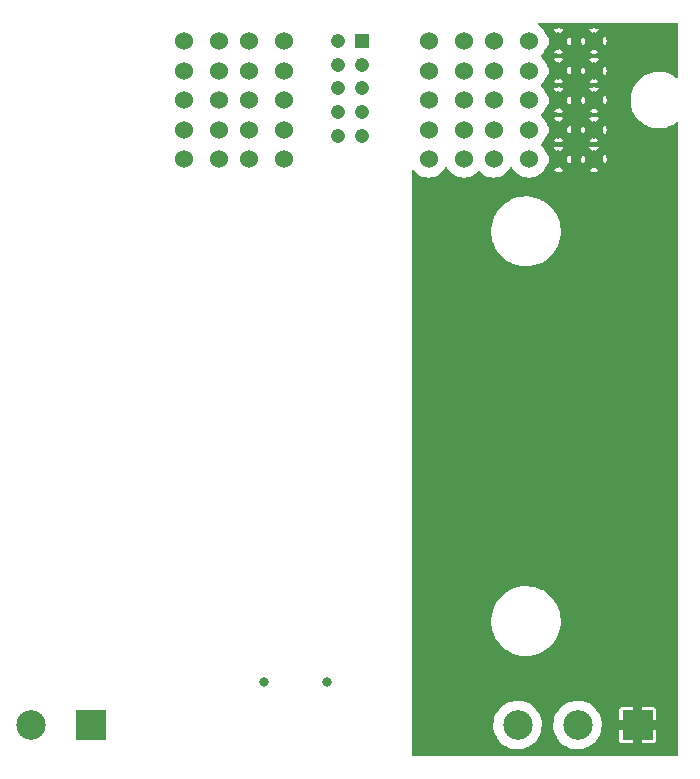
<source format=gbr>
%TF.GenerationSoftware,KiCad,Pcbnew,(6.0.1-0)*%
%TF.CreationDate,2023-01-20T10:08:16-08:00*%
%TF.ProjectId,ESC Daughterboard,45534320-4461-4756-9768-746572626f61,rev?*%
%TF.SameCoordinates,Original*%
%TF.FileFunction,Copper,L2,Inr*%
%TF.FilePolarity,Positive*%
%FSLAX46Y46*%
G04 Gerber Fmt 4.6, Leading zero omitted, Abs format (unit mm)*
G04 Created by KiCad (PCBNEW (6.0.1-0)) date 2023-01-20 10:08:16*
%MOMM*%
%LPD*%
G01*
G04 APERTURE LIST*
%TA.AperFunction,ComponentPad*%
%ADD10R,2.500000X2.500000*%
%TD*%
%TA.AperFunction,ComponentPad*%
%ADD11C,2.500000*%
%TD*%
%TA.AperFunction,ComponentPad*%
%ADD12R,1.208000X1.208000*%
%TD*%
%TA.AperFunction,ComponentPad*%
%ADD13C,1.208000*%
%TD*%
%TA.AperFunction,ComponentPad*%
%ADD14C,1.530000*%
%TD*%
%TA.AperFunction,ViaPad*%
%ADD15C,0.800000*%
%TD*%
G04 APERTURE END LIST*
D10*
%TO.N,/Phase_1*%
%TO.C,Phase 1*%
X167400000Y-119800000D03*
D11*
%TO.N,/Phase_2*%
X162320000Y-119800000D03*
%TO.N,/Phase_3*%
X157240000Y-119800000D03*
%TD*%
D12*
%TO.N,GND*%
%TO.C,J5*%
X144070000Y-61902500D03*
D13*
%TO.N,+5V*%
X142070000Y-61902500D03*
%TO.N,/CAH*%
X144070000Y-63902500D03*
%TO.N,/CAL*%
X142070000Y-63902500D03*
%TO.N,unconnected-(J5-Pad05)*%
X144070000Y-65902500D03*
%TO.N,unconnected-(J5-Pad06)*%
X142070000Y-65902500D03*
%TO.N,unconnected-(J5-Pad07)*%
X144070000Y-67902500D03*
%TO.N,unconnected-(J5-Pad08)*%
X142070000Y-67902500D03*
%TO.N,unconnected-(J5-Pad09)*%
X144070000Y-69902500D03*
%TO.N,unconnected-(J5-Pad10)*%
X142070000Y-69902500D03*
D14*
%TO.N,/Phase_1*%
X163710000Y-71892500D03*
X163710000Y-69392500D03*
X163710000Y-66892500D03*
X163710000Y-64392500D03*
X163710000Y-61892500D03*
X160710000Y-61892500D03*
X160710000Y-64392500D03*
X160710000Y-66892500D03*
X160710000Y-69392500D03*
X160710000Y-71892500D03*
%TO.N,/Phase_2*%
X158210000Y-71892500D03*
X158210000Y-69392500D03*
X158210000Y-66892500D03*
X158210000Y-64392500D03*
X158210000Y-61892500D03*
X155210000Y-61892500D03*
X155210000Y-64392500D03*
X155210000Y-66892500D03*
X155210000Y-69392500D03*
X155210000Y-71892500D03*
%TO.N,/Phase_3*%
X152710000Y-71892500D03*
X152710000Y-69392500D03*
X152710000Y-66892500D03*
X152710000Y-64392500D03*
X152710000Y-61892500D03*
X149710000Y-61892500D03*
X149710000Y-64392500D03*
X149710000Y-66892500D03*
X149710000Y-69392500D03*
X149710000Y-71892500D03*
%TO.N,GND*%
X137500000Y-71892500D03*
X137500000Y-69392500D03*
X137500000Y-66892500D03*
X137500000Y-64392500D03*
X137500000Y-61892500D03*
X134500000Y-61892500D03*
X134500000Y-64392500D03*
X134500000Y-66892500D03*
X134500000Y-69392500D03*
X134500000Y-71892500D03*
%TO.N,/16V*%
X132000000Y-71892500D03*
X132000000Y-69392500D03*
X132000000Y-66892500D03*
X132000000Y-64392500D03*
X132000000Y-61892500D03*
X129000000Y-61892500D03*
X129000000Y-64392500D03*
X129000000Y-66892500D03*
X129000000Y-69392500D03*
X129000000Y-71892500D03*
%TD*%
D10*
%TO.N,/16V*%
%TO.C,J2*%
X121165000Y-119820000D03*
D11*
%TO.N,GND*%
X116085000Y-119820000D03*
%TD*%
D15*
%TO.N,GND*%
X135780000Y-116190000D03*
%TO.N,+5V*%
X141150000Y-116190000D03*
%TD*%
%TA.AperFunction,Conductor*%
%TO.N,/Phase_1*%
G36*
X170819191Y-60388907D02*
G01*
X170855155Y-60438407D01*
X170860000Y-60469000D01*
X170860000Y-64932106D01*
X170841093Y-64990297D01*
X170791593Y-65026261D01*
X170730407Y-65026261D01*
X170700527Y-65010490D01*
X170674354Y-64990297D01*
X170555106Y-64898298D01*
X170290811Y-64743547D01*
X170008994Y-64623633D01*
X170005965Y-64622779D01*
X170005963Y-64622778D01*
X169717261Y-64541355D01*
X169717257Y-64541354D01*
X169714225Y-64540499D01*
X169411282Y-64495494D01*
X169364387Y-64493529D01*
X169328947Y-64492043D01*
X169328937Y-64492043D01*
X169327916Y-64492000D01*
X169132526Y-64492000D01*
X169130947Y-64492101D01*
X169130938Y-64492101D01*
X168907500Y-64506354D01*
X168907496Y-64506355D01*
X168904353Y-64506555D01*
X168901261Y-64507153D01*
X168901255Y-64507154D01*
X168724487Y-64541355D01*
X168603662Y-64564732D01*
X168600672Y-64565718D01*
X168600668Y-64565719D01*
X168315801Y-64659654D01*
X168315795Y-64659656D01*
X168312800Y-64660644D01*
X168153023Y-64737025D01*
X168039322Y-64791379D01*
X168039318Y-64791381D01*
X168036482Y-64792737D01*
X167779188Y-64958869D01*
X167776775Y-64960904D01*
X167776773Y-64960906D01*
X167547504Y-65154311D01*
X167547499Y-65154316D01*
X167545090Y-65156348D01*
X167337981Y-65381971D01*
X167336159Y-65384549D01*
X167305741Y-65427589D01*
X167161220Y-65632082D01*
X167017672Y-65902626D01*
X167016559Y-65905580D01*
X167016556Y-65905586D01*
X166913296Y-66179580D01*
X166909664Y-66189217D01*
X166908935Y-66192288D01*
X166908934Y-66192292D01*
X166851483Y-66434384D01*
X166838947Y-66487209D01*
X166806668Y-66791771D01*
X166813349Y-67097965D01*
X166858883Y-67400830D01*
X166859746Y-67403868D01*
X166859746Y-67403870D01*
X166917912Y-67608739D01*
X166942531Y-67695453D01*
X166943774Y-67698360D01*
X167056432Y-67961845D01*
X167062937Y-67977060D01*
X167218149Y-68241085D01*
X167281429Y-68322812D01*
X167403720Y-68480754D01*
X167403726Y-68480761D01*
X167405651Y-68483247D01*
X167622404Y-68699622D01*
X167624892Y-68701541D01*
X167624896Y-68701545D01*
X167822847Y-68854263D01*
X167864894Y-68886702D01*
X168129189Y-69041453D01*
X168411006Y-69161367D01*
X168414035Y-69162221D01*
X168414037Y-69162222D01*
X168702739Y-69243645D01*
X168702743Y-69243646D01*
X168705775Y-69244501D01*
X169008718Y-69289506D01*
X169055613Y-69291471D01*
X169091053Y-69292957D01*
X169091063Y-69292957D01*
X169092084Y-69293000D01*
X169287474Y-69293000D01*
X169289053Y-69292899D01*
X169289062Y-69292899D01*
X169512500Y-69278646D01*
X169512504Y-69278645D01*
X169515647Y-69278445D01*
X169518739Y-69277847D01*
X169518745Y-69277846D01*
X169813242Y-69220867D01*
X169816338Y-69220268D01*
X169819328Y-69219282D01*
X169819332Y-69219281D01*
X170104199Y-69125346D01*
X170104205Y-69125344D01*
X170107200Y-69124356D01*
X170283948Y-69039862D01*
X170380678Y-68993621D01*
X170380682Y-68993619D01*
X170383518Y-68992263D01*
X170640812Y-68826131D01*
X170697167Y-68778591D01*
X170753835Y-68755523D01*
X170813242Y-68770169D01*
X170852694Y-68816936D01*
X170860000Y-68854263D01*
X170860000Y-122301000D01*
X170841093Y-122359191D01*
X170791593Y-122395155D01*
X170761000Y-122400000D01*
X148379000Y-122400000D01*
X148320809Y-122381093D01*
X148284845Y-122331593D01*
X148280000Y-122301000D01*
X148280000Y-119778477D01*
X155184822Y-119778477D01*
X155185016Y-119781842D01*
X155185016Y-119781846D01*
X155188545Y-119843043D01*
X155200916Y-120057596D01*
X155254741Y-120331948D01*
X155345303Y-120596457D01*
X155470925Y-120846228D01*
X155629282Y-121076639D01*
X155631552Y-121079133D01*
X155631553Y-121079135D01*
X155676948Y-121129023D01*
X155817444Y-121283427D01*
X156031930Y-121462765D01*
X156268771Y-121611335D01*
X156271839Y-121612720D01*
X156271846Y-121612724D01*
X156437358Y-121687455D01*
X156523583Y-121726387D01*
X156526805Y-121727341D01*
X156526812Y-121727344D01*
X156741263Y-121790867D01*
X156791652Y-121805793D01*
X156794977Y-121806302D01*
X156794978Y-121806302D01*
X157064684Y-121847573D01*
X157064687Y-121847573D01*
X157068018Y-121848083D01*
X157071389Y-121848136D01*
X157071390Y-121848136D01*
X157119571Y-121848893D01*
X157347566Y-121852474D01*
X157350903Y-121852070D01*
X157350907Y-121852070D01*
X157621779Y-121819291D01*
X157621784Y-121819290D01*
X157625123Y-121818886D01*
X157895554Y-121747940D01*
X158061590Y-121679165D01*
X158150746Y-121642236D01*
X158150749Y-121642235D01*
X158153855Y-121640948D01*
X158156760Y-121639251D01*
X158156763Y-121639249D01*
X158392329Y-121501595D01*
X158395245Y-121499891D01*
X158615258Y-121327379D01*
X158809823Y-121126603D01*
X158819557Y-121113353D01*
X158876843Y-121035366D01*
X158975340Y-120901280D01*
X159006864Y-120843221D01*
X159107136Y-120658541D01*
X159108745Y-120655578D01*
X159207570Y-120394044D01*
X159252012Y-120200000D01*
X159269234Y-120124808D01*
X159269235Y-120124801D01*
X159269987Y-120121518D01*
X159294840Y-119843043D01*
X159295291Y-119800000D01*
X159293824Y-119778477D01*
X160264822Y-119778477D01*
X160265016Y-119781842D01*
X160265016Y-119781846D01*
X160268545Y-119843043D01*
X160280916Y-120057596D01*
X160334741Y-120331948D01*
X160425303Y-120596457D01*
X160550925Y-120846228D01*
X160709282Y-121076639D01*
X160711552Y-121079133D01*
X160711553Y-121079135D01*
X160756948Y-121129023D01*
X160897444Y-121283427D01*
X161111930Y-121462765D01*
X161348771Y-121611335D01*
X161351839Y-121612720D01*
X161351846Y-121612724D01*
X161517358Y-121687455D01*
X161603583Y-121726387D01*
X161606805Y-121727341D01*
X161606812Y-121727344D01*
X161821263Y-121790867D01*
X161871652Y-121805793D01*
X161874977Y-121806302D01*
X161874978Y-121806302D01*
X162144684Y-121847573D01*
X162144687Y-121847573D01*
X162148018Y-121848083D01*
X162151389Y-121848136D01*
X162151390Y-121848136D01*
X162199571Y-121848893D01*
X162427566Y-121852474D01*
X162430903Y-121852070D01*
X162430907Y-121852070D01*
X162701779Y-121819291D01*
X162701784Y-121819290D01*
X162705123Y-121818886D01*
X162975554Y-121747940D01*
X163141590Y-121679165D01*
X163230746Y-121642236D01*
X163230749Y-121642235D01*
X163233855Y-121640948D01*
X163236760Y-121639251D01*
X163236763Y-121639249D01*
X163472329Y-121501595D01*
X163475245Y-121499891D01*
X163695258Y-121327379D01*
X163889823Y-121126603D01*
X163899557Y-121113353D01*
X163915507Y-121091639D01*
X165850000Y-121091639D01*
X165850346Y-121097485D01*
X165852234Y-121113353D01*
X165856128Y-121127519D01*
X165894770Y-121214514D01*
X165904946Y-121229321D01*
X165971108Y-121295367D01*
X165985931Y-121305517D01*
X166072980Y-121344000D01*
X166087185Y-121347873D01*
X166102580Y-121349668D01*
X166108292Y-121350000D01*
X166984320Y-121350000D01*
X166997005Y-121345878D01*
X167000000Y-121341757D01*
X167000000Y-121334320D01*
X167800000Y-121334320D01*
X167804122Y-121347005D01*
X167808243Y-121350000D01*
X168691639Y-121350000D01*
X168697485Y-121349654D01*
X168713353Y-121347766D01*
X168727519Y-121343872D01*
X168814514Y-121305230D01*
X168829321Y-121295054D01*
X168895367Y-121228892D01*
X168905517Y-121214069D01*
X168944000Y-121127020D01*
X168947873Y-121112815D01*
X168949668Y-121097420D01*
X168950000Y-121091708D01*
X168950000Y-120215680D01*
X168945878Y-120202995D01*
X168941757Y-120200000D01*
X167815680Y-120200000D01*
X167802995Y-120204122D01*
X167800000Y-120208243D01*
X167800000Y-121334320D01*
X167000000Y-121334320D01*
X167000000Y-120215680D01*
X166995878Y-120202995D01*
X166991757Y-120200000D01*
X165865680Y-120200000D01*
X165852995Y-120204122D01*
X165850000Y-120208243D01*
X165850000Y-121091639D01*
X163915507Y-121091639D01*
X163956843Y-121035366D01*
X164055340Y-120901280D01*
X164086864Y-120843221D01*
X164187136Y-120658541D01*
X164188745Y-120655578D01*
X164287570Y-120394044D01*
X164332012Y-120200000D01*
X164349234Y-120124808D01*
X164349235Y-120124801D01*
X164349987Y-120121518D01*
X164374840Y-119843043D01*
X164375291Y-119800000D01*
X164356275Y-119521065D01*
X164327956Y-119384320D01*
X165850000Y-119384320D01*
X165854122Y-119397005D01*
X165858243Y-119400000D01*
X166984320Y-119400000D01*
X166997005Y-119395878D01*
X167000000Y-119391757D01*
X167000000Y-119384320D01*
X167800000Y-119384320D01*
X167804122Y-119397005D01*
X167808243Y-119400000D01*
X168934320Y-119400000D01*
X168947005Y-119395878D01*
X168950000Y-119391757D01*
X168950000Y-118508361D01*
X168949654Y-118502515D01*
X168947766Y-118486647D01*
X168943872Y-118472481D01*
X168905230Y-118385486D01*
X168895054Y-118370679D01*
X168828892Y-118304633D01*
X168814069Y-118294483D01*
X168727020Y-118256000D01*
X168712815Y-118252127D01*
X168697420Y-118250332D01*
X168691708Y-118250000D01*
X167815680Y-118250000D01*
X167802995Y-118254122D01*
X167800000Y-118258243D01*
X167800000Y-119384320D01*
X167000000Y-119384320D01*
X167000000Y-118265680D01*
X166995878Y-118252995D01*
X166991757Y-118250000D01*
X166108361Y-118250000D01*
X166102515Y-118250346D01*
X166086647Y-118252234D01*
X166072481Y-118256128D01*
X165985486Y-118294770D01*
X165970679Y-118304946D01*
X165904633Y-118371108D01*
X165894483Y-118385931D01*
X165856000Y-118472980D01*
X165852127Y-118487185D01*
X165850332Y-118502580D01*
X165850000Y-118508292D01*
X165850000Y-119384320D01*
X164327956Y-119384320D01*
X164299579Y-119247292D01*
X164206253Y-118983746D01*
X164194542Y-118961056D01*
X164079573Y-118738308D01*
X164079570Y-118738302D01*
X164078022Y-118735304D01*
X163917261Y-118506563D01*
X163913500Y-118502515D01*
X163729907Y-118304946D01*
X163726944Y-118301757D01*
X163666439Y-118252234D01*
X163513204Y-118126814D01*
X163510591Y-118124675D01*
X163272208Y-117978594D01*
X163269126Y-117977241D01*
X163019288Y-117867569D01*
X163019284Y-117867567D01*
X163016205Y-117866216D01*
X162966917Y-117852176D01*
X162750571Y-117790548D01*
X162750566Y-117790547D01*
X162747319Y-117789622D01*
X162470526Y-117750229D01*
X162467159Y-117750211D01*
X162467154Y-117750211D01*
X162342187Y-117749557D01*
X162190947Y-117748765D01*
X161913757Y-117785257D01*
X161910506Y-117786146D01*
X161910503Y-117786147D01*
X161819615Y-117811012D01*
X161644083Y-117859032D01*
X161386917Y-117968722D01*
X161147018Y-118112299D01*
X160928823Y-118287106D01*
X160926499Y-118289555D01*
X160739466Y-118486647D01*
X160736371Y-118489908D01*
X160734406Y-118492643D01*
X160734404Y-118492645D01*
X160722421Y-118509322D01*
X160573223Y-118716952D01*
X160442398Y-118964038D01*
X160346317Y-119226592D01*
X160345599Y-119229887D01*
X160311927Y-119384320D01*
X160286757Y-119499757D01*
X160264822Y-119778477D01*
X159293824Y-119778477D01*
X159276275Y-119521065D01*
X159219579Y-119247292D01*
X159126253Y-118983746D01*
X159114542Y-118961056D01*
X158999573Y-118738308D01*
X158999570Y-118738302D01*
X158998022Y-118735304D01*
X158837261Y-118506563D01*
X158833500Y-118502515D01*
X158649907Y-118304946D01*
X158646944Y-118301757D01*
X158586439Y-118252234D01*
X158433204Y-118126814D01*
X158430591Y-118124675D01*
X158192208Y-117978594D01*
X158189126Y-117977241D01*
X157939288Y-117867569D01*
X157939284Y-117867567D01*
X157936205Y-117866216D01*
X157886917Y-117852176D01*
X157670571Y-117790548D01*
X157670566Y-117790547D01*
X157667319Y-117789622D01*
X157390526Y-117750229D01*
X157387159Y-117750211D01*
X157387154Y-117750211D01*
X157262187Y-117749557D01*
X157110947Y-117748765D01*
X156833757Y-117785257D01*
X156830506Y-117786146D01*
X156830503Y-117786147D01*
X156739615Y-117811012D01*
X156564083Y-117859032D01*
X156306917Y-117968722D01*
X156067018Y-118112299D01*
X155848823Y-118287106D01*
X155846499Y-118289555D01*
X155659466Y-118486647D01*
X155656371Y-118489908D01*
X155654406Y-118492643D01*
X155654404Y-118492645D01*
X155642421Y-118509322D01*
X155493223Y-118716952D01*
X155362398Y-118964038D01*
X155266317Y-119226592D01*
X155265599Y-119229887D01*
X155231927Y-119384320D01*
X155206757Y-119499757D01*
X155184822Y-119778477D01*
X148280000Y-119778477D01*
X148280000Y-111123763D01*
X155007092Y-111123763D01*
X155007376Y-111126608D01*
X155016060Y-111213605D01*
X155040887Y-111462342D01*
X155113373Y-111794793D01*
X155223589Y-112116708D01*
X155370076Y-112423823D01*
X155371590Y-112426236D01*
X155371593Y-112426242D01*
X155497656Y-112627204D01*
X155550890Y-112712066D01*
X155763635Y-112977616D01*
X155765665Y-112979624D01*
X155765666Y-112979626D01*
X156003461Y-113214943D01*
X156003469Y-113214950D01*
X156005493Y-113216953D01*
X156079925Y-113275315D01*
X156271017Y-113425151D01*
X156271024Y-113425156D01*
X156273256Y-113426906D01*
X156275685Y-113428394D01*
X156275690Y-113428398D01*
X156357761Y-113478691D01*
X156563376Y-113604692D01*
X156565963Y-113605893D01*
X156565967Y-113605895D01*
X156869411Y-113746749D01*
X156869418Y-113746752D01*
X156872008Y-113747954D01*
X157195060Y-113854794D01*
X157528252Y-113923794D01*
X157531090Y-113924047D01*
X157531095Y-113924048D01*
X157816894Y-113949555D01*
X157827480Y-113950500D01*
X158046715Y-113950500D01*
X158299697Y-113935913D01*
X158302505Y-113935423D01*
X158632092Y-113877901D01*
X158632100Y-113877899D01*
X158634891Y-113877412D01*
X158961140Y-113780773D01*
X159274119Y-113647276D01*
X159276584Y-113645870D01*
X159276590Y-113645867D01*
X159567209Y-113480101D01*
X159569681Y-113478691D01*
X159571970Y-113477009D01*
X159571977Y-113477005D01*
X159841609Y-113278940D01*
X159841608Y-113278940D01*
X159843907Y-113277252D01*
X160093162Y-113045629D01*
X160314144Y-112786893D01*
X160503923Y-112504472D01*
X160659984Y-112202110D01*
X160780257Y-111883815D01*
X160863150Y-111553805D01*
X160907563Y-111216455D01*
X160912908Y-110876237D01*
X160906508Y-110812118D01*
X160879396Y-110540492D01*
X160879396Y-110540490D01*
X160879113Y-110537658D01*
X160806627Y-110205207D01*
X160696411Y-109883292D01*
X160549924Y-109576177D01*
X160497849Y-109493161D01*
X160370626Y-109290351D01*
X160369110Y-109287934D01*
X160156365Y-109022384D01*
X160154334Y-109020374D01*
X159916539Y-108785057D01*
X159916531Y-108785050D01*
X159914507Y-108783047D01*
X159789960Y-108685390D01*
X159648983Y-108574849D01*
X159648976Y-108574844D01*
X159646744Y-108573094D01*
X159644315Y-108571606D01*
X159644310Y-108571602D01*
X159359059Y-108396800D01*
X159359057Y-108396799D01*
X159356624Y-108395308D01*
X159354037Y-108394107D01*
X159354033Y-108394105D01*
X159050589Y-108253251D01*
X159050582Y-108253248D01*
X159047992Y-108252046D01*
X158724940Y-108145206D01*
X158391748Y-108076206D01*
X158388910Y-108075953D01*
X158388905Y-108075952D01*
X158094716Y-108049696D01*
X158092520Y-108049500D01*
X157873285Y-108049500D01*
X157620303Y-108064087D01*
X157617496Y-108064577D01*
X157617495Y-108064577D01*
X157287908Y-108122099D01*
X157287900Y-108122101D01*
X157285109Y-108122588D01*
X156958860Y-108219227D01*
X156645881Y-108352724D01*
X156643416Y-108354130D01*
X156643410Y-108354133D01*
X156568607Y-108396800D01*
X156350319Y-108521309D01*
X156348030Y-108522991D01*
X156348023Y-108522995D01*
X156281853Y-108571602D01*
X156076093Y-108722748D01*
X155826838Y-108954371D01*
X155605856Y-109213107D01*
X155416077Y-109495528D01*
X155260016Y-109797890D01*
X155139743Y-110116185D01*
X155056850Y-110446195D01*
X155012437Y-110783545D01*
X155007092Y-111123763D01*
X148280000Y-111123763D01*
X148280000Y-78123763D01*
X155007092Y-78123763D01*
X155007376Y-78126608D01*
X155016060Y-78213605D01*
X155040887Y-78462342D01*
X155113373Y-78794793D01*
X155223589Y-79116708D01*
X155370076Y-79423823D01*
X155371590Y-79426236D01*
X155371593Y-79426242D01*
X155497656Y-79627204D01*
X155550890Y-79712066D01*
X155763635Y-79977616D01*
X155765665Y-79979624D01*
X155765666Y-79979626D01*
X156003461Y-80214943D01*
X156003469Y-80214950D01*
X156005493Y-80216953D01*
X156079925Y-80275315D01*
X156271017Y-80425151D01*
X156271024Y-80425156D01*
X156273256Y-80426906D01*
X156275685Y-80428394D01*
X156275690Y-80428398D01*
X156357761Y-80478691D01*
X156563376Y-80604692D01*
X156565963Y-80605893D01*
X156565967Y-80605895D01*
X156869411Y-80746749D01*
X156869418Y-80746752D01*
X156872008Y-80747954D01*
X157195060Y-80854794D01*
X157528252Y-80923794D01*
X157531090Y-80924047D01*
X157531095Y-80924048D01*
X157816894Y-80949555D01*
X157827480Y-80950500D01*
X158046715Y-80950500D01*
X158299697Y-80935913D01*
X158302505Y-80935423D01*
X158632092Y-80877901D01*
X158632100Y-80877899D01*
X158634891Y-80877412D01*
X158961140Y-80780773D01*
X159274119Y-80647276D01*
X159276584Y-80645870D01*
X159276590Y-80645867D01*
X159567209Y-80480101D01*
X159569681Y-80478691D01*
X159571970Y-80477009D01*
X159571977Y-80477005D01*
X159841609Y-80278940D01*
X159841608Y-80278940D01*
X159843907Y-80277252D01*
X160093162Y-80045629D01*
X160314144Y-79786893D01*
X160503923Y-79504472D01*
X160659984Y-79202110D01*
X160780257Y-78883815D01*
X160863150Y-78553805D01*
X160907563Y-78216455D01*
X160912908Y-77876237D01*
X160906508Y-77812118D01*
X160879396Y-77540492D01*
X160879396Y-77540490D01*
X160879113Y-77537658D01*
X160806627Y-77205207D01*
X160696411Y-76883292D01*
X160549924Y-76576177D01*
X160497849Y-76493161D01*
X160370626Y-76290351D01*
X160369110Y-76287934D01*
X160156365Y-76022384D01*
X160154334Y-76020374D01*
X159916539Y-75785057D01*
X159916531Y-75785050D01*
X159914507Y-75783047D01*
X159789960Y-75685390D01*
X159648983Y-75574849D01*
X159648976Y-75574844D01*
X159646744Y-75573094D01*
X159644315Y-75571606D01*
X159644310Y-75571602D01*
X159359059Y-75396800D01*
X159359057Y-75396799D01*
X159356624Y-75395308D01*
X159354037Y-75394107D01*
X159354033Y-75394105D01*
X159050589Y-75253251D01*
X159050582Y-75253248D01*
X159047992Y-75252046D01*
X158724940Y-75145206D01*
X158391748Y-75076206D01*
X158388910Y-75075953D01*
X158388905Y-75075952D01*
X158094716Y-75049696D01*
X158092520Y-75049500D01*
X157873285Y-75049500D01*
X157620303Y-75064087D01*
X157617496Y-75064577D01*
X157617495Y-75064577D01*
X157287908Y-75122099D01*
X157287900Y-75122101D01*
X157285109Y-75122588D01*
X156958860Y-75219227D01*
X156645881Y-75352724D01*
X156643416Y-75354130D01*
X156643410Y-75354133D01*
X156568607Y-75396800D01*
X156350319Y-75521309D01*
X156348030Y-75522991D01*
X156348023Y-75522995D01*
X156281853Y-75571602D01*
X156076093Y-75722748D01*
X155826838Y-75954371D01*
X155605856Y-76213107D01*
X155416077Y-76495528D01*
X155260016Y-76797890D01*
X155139743Y-77116185D01*
X155056850Y-77446195D01*
X155012437Y-77783545D01*
X155007092Y-78123763D01*
X148280000Y-78123763D01*
X148280000Y-72897045D01*
X148298907Y-72838854D01*
X148348407Y-72802890D01*
X148409593Y-72802890D01*
X148454280Y-72832750D01*
X148460000Y-72839447D01*
X148599601Y-73002899D01*
X148786977Y-73162933D01*
X148997080Y-73291684D01*
X149224738Y-73385983D01*
X149228512Y-73386889D01*
X149228515Y-73386890D01*
X149460571Y-73442601D01*
X149464345Y-73443507D01*
X149468210Y-73443811D01*
X149468215Y-73443812D01*
X149706125Y-73462536D01*
X149710000Y-73462841D01*
X149713875Y-73462536D01*
X149951785Y-73443812D01*
X149951790Y-73443811D01*
X149955655Y-73443507D01*
X149959429Y-73442601D01*
X150191485Y-73386890D01*
X150191488Y-73386889D01*
X150195262Y-73385983D01*
X150422920Y-73291684D01*
X150633023Y-73162933D01*
X150820399Y-73002899D01*
X150960000Y-72839447D01*
X150977905Y-72818483D01*
X150977905Y-72818482D01*
X150980433Y-72815523D01*
X151109184Y-72605420D01*
X151118536Y-72582843D01*
X151158272Y-72536317D01*
X151217767Y-72522033D01*
X151274295Y-72545448D01*
X151301464Y-72582843D01*
X151310816Y-72605420D01*
X151439567Y-72815523D01*
X151442095Y-72818482D01*
X151442095Y-72818483D01*
X151460000Y-72839447D01*
X151599601Y-73002899D01*
X151786977Y-73162933D01*
X151997080Y-73291684D01*
X152224738Y-73385983D01*
X152228512Y-73386889D01*
X152228515Y-73386890D01*
X152460571Y-73442601D01*
X152464345Y-73443507D01*
X152468210Y-73443811D01*
X152468215Y-73443812D01*
X152706125Y-73462536D01*
X152710000Y-73462841D01*
X152713875Y-73462536D01*
X152951785Y-73443812D01*
X152951790Y-73443811D01*
X152955655Y-73443507D01*
X152959429Y-73442601D01*
X153191485Y-73386890D01*
X153191488Y-73386889D01*
X153195262Y-73385983D01*
X153422920Y-73291684D01*
X153633023Y-73162933D01*
X153820399Y-73002899D01*
X153884719Y-72927589D01*
X153936889Y-72895619D01*
X153997886Y-72900420D01*
X154035280Y-72927589D01*
X154099601Y-73002899D01*
X154286977Y-73162933D01*
X154497080Y-73291684D01*
X154724738Y-73385983D01*
X154728512Y-73386889D01*
X154728515Y-73386890D01*
X154960571Y-73442601D01*
X154964345Y-73443507D01*
X154968210Y-73443811D01*
X154968215Y-73443812D01*
X155206125Y-73462536D01*
X155210000Y-73462841D01*
X155213875Y-73462536D01*
X155451785Y-73443812D01*
X155451790Y-73443811D01*
X155455655Y-73443507D01*
X155459429Y-73442601D01*
X155691485Y-73386890D01*
X155691488Y-73386889D01*
X155695262Y-73385983D01*
X155922920Y-73291684D01*
X156133023Y-73162933D01*
X156320399Y-73002899D01*
X156460000Y-72839447D01*
X156477905Y-72818483D01*
X156477905Y-72818482D01*
X156480433Y-72815523D01*
X156609184Y-72605420D01*
X156618536Y-72582843D01*
X156658272Y-72536317D01*
X156717767Y-72522033D01*
X156774295Y-72545448D01*
X156801464Y-72582843D01*
X156810816Y-72605420D01*
X156939567Y-72815523D01*
X156942095Y-72818482D01*
X156942095Y-72818483D01*
X156960000Y-72839447D01*
X157099601Y-73002899D01*
X157286977Y-73162933D01*
X157497080Y-73291684D01*
X157724738Y-73385983D01*
X157728512Y-73386889D01*
X157728515Y-73386890D01*
X157960571Y-73442601D01*
X157964345Y-73443507D01*
X157968210Y-73443811D01*
X157968215Y-73443812D01*
X158206125Y-73462536D01*
X158210000Y-73462841D01*
X158213875Y-73462536D01*
X158451785Y-73443812D01*
X158451790Y-73443811D01*
X158455655Y-73443507D01*
X158459429Y-73442601D01*
X158691485Y-73386890D01*
X158691488Y-73386889D01*
X158695262Y-73385983D01*
X158922920Y-73291684D01*
X159133023Y-73162933D01*
X159320399Y-73002899D01*
X159429196Y-72875514D01*
X160297649Y-72875514D01*
X160301885Y-72879750D01*
X160475589Y-72936191D01*
X160485010Y-72938262D01*
X160682786Y-72961845D01*
X160692413Y-72962047D01*
X160891002Y-72946766D01*
X160900493Y-72945093D01*
X161092332Y-72891531D01*
X161101312Y-72888048D01*
X161112928Y-72882180D01*
X161119641Y-72875514D01*
X163297649Y-72875514D01*
X163301885Y-72879750D01*
X163475589Y-72936191D01*
X163485010Y-72938262D01*
X163682786Y-72961845D01*
X163692413Y-72962047D01*
X163891002Y-72946766D01*
X163900493Y-72945093D01*
X164092332Y-72891531D01*
X164101312Y-72888048D01*
X164112928Y-72882180D01*
X164120968Y-72874196D01*
X164115775Y-72863961D01*
X163721086Y-72469272D01*
X163709203Y-72463218D01*
X163704172Y-72464014D01*
X163302820Y-72865366D01*
X163297649Y-72875514D01*
X161119641Y-72875514D01*
X161120968Y-72874196D01*
X161115775Y-72863961D01*
X160721086Y-72469272D01*
X160709203Y-72463218D01*
X160704172Y-72464014D01*
X160302820Y-72865366D01*
X160297649Y-72875514D01*
X159429196Y-72875514D01*
X159460000Y-72839447D01*
X159477905Y-72818483D01*
X159477905Y-72818482D01*
X159480433Y-72815523D01*
X159609184Y-72605420D01*
X159703483Y-72377762D01*
X159704389Y-72373989D01*
X159704393Y-72373976D01*
X159711003Y-72346443D01*
X159737263Y-72299551D01*
X160133228Y-71903586D01*
X160138470Y-71893297D01*
X161280718Y-71893297D01*
X161281514Y-71898328D01*
X161682369Y-72299183D01*
X161692517Y-72304354D01*
X161696871Y-72300000D01*
X161752032Y-72134182D01*
X161754166Y-72124788D01*
X161779388Y-71925132D01*
X161779775Y-71919606D01*
X161780114Y-71895259D01*
X161779884Y-71889761D01*
X161779160Y-71882378D01*
X162640356Y-71882378D01*
X162657023Y-72080864D01*
X162658761Y-72090332D01*
X162713661Y-72281792D01*
X162717212Y-72290760D01*
X162719836Y-72295866D01*
X162727963Y-72303937D01*
X162738027Y-72298787D01*
X163133228Y-71903586D01*
X163138470Y-71893297D01*
X164280718Y-71893297D01*
X164281514Y-71898328D01*
X164682369Y-72299183D01*
X164692517Y-72304354D01*
X164696871Y-72300000D01*
X164752032Y-72134182D01*
X164754166Y-72124788D01*
X164779388Y-71925132D01*
X164779775Y-71919606D01*
X164780114Y-71895259D01*
X164779884Y-71889761D01*
X164760244Y-71689450D01*
X164758375Y-71680012D01*
X164700804Y-71489328D01*
X164699708Y-71486668D01*
X164692825Y-71480021D01*
X164683107Y-71485079D01*
X164286772Y-71881414D01*
X164280718Y-71893297D01*
X163138470Y-71893297D01*
X163139282Y-71891703D01*
X163138486Y-71886672D01*
X162736592Y-71484778D01*
X162726444Y-71479607D01*
X162722322Y-71483729D01*
X162664696Y-71665388D01*
X162662692Y-71674816D01*
X162640490Y-71872750D01*
X162640356Y-71882378D01*
X161779160Y-71882378D01*
X161760244Y-71689450D01*
X161758375Y-71680012D01*
X161700804Y-71489328D01*
X161699708Y-71486668D01*
X161692825Y-71480021D01*
X161683107Y-71485079D01*
X161286772Y-71881414D01*
X161280718Y-71893297D01*
X160138470Y-71893297D01*
X160139282Y-71891703D01*
X160138486Y-71886672D01*
X159737263Y-71485449D01*
X159711002Y-71438556D01*
X159704389Y-71411011D01*
X159704388Y-71411009D01*
X159703483Y-71407238D01*
X159609184Y-71179580D01*
X159480433Y-70969477D01*
X159429710Y-70910087D01*
X160298059Y-70910087D01*
X160303165Y-70919979D01*
X160698914Y-71315728D01*
X160710797Y-71321782D01*
X160715828Y-71320986D01*
X161117605Y-70919209D01*
X161122253Y-70910087D01*
X163298059Y-70910087D01*
X163303165Y-70919979D01*
X163698914Y-71315728D01*
X163710797Y-71321782D01*
X163715828Y-71320986D01*
X164117605Y-70919209D01*
X164122973Y-70908673D01*
X164118439Y-70904027D01*
X163929806Y-70845636D01*
X163920372Y-70843699D01*
X163722287Y-70822879D01*
X163712649Y-70822812D01*
X163514292Y-70840863D01*
X163504829Y-70842669D01*
X163313757Y-70898904D01*
X163305903Y-70902078D01*
X163298059Y-70910087D01*
X161122253Y-70910087D01*
X161122973Y-70908673D01*
X161118439Y-70904027D01*
X160929806Y-70845636D01*
X160920372Y-70843699D01*
X160722287Y-70822879D01*
X160712649Y-70822812D01*
X160514292Y-70840863D01*
X160504829Y-70842669D01*
X160313757Y-70898904D01*
X160305903Y-70902078D01*
X160298059Y-70910087D01*
X159429710Y-70910087D01*
X159424534Y-70904027D01*
X159322933Y-70785068D01*
X159320399Y-70782101D01*
X159245089Y-70717780D01*
X159213119Y-70665611D01*
X159217920Y-70604614D01*
X159245089Y-70567220D01*
X159317432Y-70505433D01*
X159320399Y-70502899D01*
X159429196Y-70375514D01*
X160297649Y-70375514D01*
X160301885Y-70379750D01*
X160475589Y-70436191D01*
X160485010Y-70438262D01*
X160682786Y-70461845D01*
X160692413Y-70462047D01*
X160891002Y-70446766D01*
X160900493Y-70445093D01*
X161092332Y-70391531D01*
X161101312Y-70388048D01*
X161112928Y-70382180D01*
X161119641Y-70375514D01*
X163297649Y-70375514D01*
X163301885Y-70379750D01*
X163475589Y-70436191D01*
X163485010Y-70438262D01*
X163682786Y-70461845D01*
X163692413Y-70462047D01*
X163891002Y-70446766D01*
X163900493Y-70445093D01*
X164092332Y-70391531D01*
X164101312Y-70388048D01*
X164112928Y-70382180D01*
X164120968Y-70374196D01*
X164115775Y-70363961D01*
X163721086Y-69969272D01*
X163709203Y-69963218D01*
X163704172Y-69964014D01*
X163302820Y-70365366D01*
X163297649Y-70375514D01*
X161119641Y-70375514D01*
X161120968Y-70374196D01*
X161115775Y-70363961D01*
X160721086Y-69969272D01*
X160709203Y-69963218D01*
X160704172Y-69964014D01*
X160302820Y-70365366D01*
X160297649Y-70375514D01*
X159429196Y-70375514D01*
X159460000Y-70339447D01*
X159477905Y-70318483D01*
X159477905Y-70318482D01*
X159480433Y-70315523D01*
X159609184Y-70105420D01*
X159703483Y-69877762D01*
X159704389Y-69873989D01*
X159704393Y-69873976D01*
X159711003Y-69846443D01*
X159737263Y-69799551D01*
X160133228Y-69403586D01*
X160138470Y-69393297D01*
X161280718Y-69393297D01*
X161281514Y-69398328D01*
X161682369Y-69799183D01*
X161692517Y-69804354D01*
X161696871Y-69800000D01*
X161752032Y-69634182D01*
X161754166Y-69624788D01*
X161779388Y-69425132D01*
X161779775Y-69419606D01*
X161780114Y-69395259D01*
X161779884Y-69389761D01*
X161779160Y-69382378D01*
X162640356Y-69382378D01*
X162657023Y-69580864D01*
X162658761Y-69590332D01*
X162713661Y-69781792D01*
X162717212Y-69790760D01*
X162719836Y-69795866D01*
X162727963Y-69803937D01*
X162738027Y-69798787D01*
X163133228Y-69403586D01*
X163138470Y-69393297D01*
X164280718Y-69393297D01*
X164281514Y-69398328D01*
X164682369Y-69799183D01*
X164692517Y-69804354D01*
X164696871Y-69800000D01*
X164752032Y-69634182D01*
X164754166Y-69624788D01*
X164779388Y-69425132D01*
X164779775Y-69419606D01*
X164780114Y-69395259D01*
X164779884Y-69389761D01*
X164760244Y-69189450D01*
X164758375Y-69180012D01*
X164700804Y-68989328D01*
X164699708Y-68986668D01*
X164692825Y-68980021D01*
X164683107Y-68985079D01*
X164286772Y-69381414D01*
X164280718Y-69393297D01*
X163138470Y-69393297D01*
X163139282Y-69391703D01*
X163138486Y-69386672D01*
X162736592Y-68984778D01*
X162726444Y-68979607D01*
X162722322Y-68983729D01*
X162664696Y-69165388D01*
X162662692Y-69174816D01*
X162640490Y-69372750D01*
X162640356Y-69382378D01*
X161779160Y-69382378D01*
X161760244Y-69189450D01*
X161758375Y-69180012D01*
X161700804Y-68989328D01*
X161699708Y-68986668D01*
X161692825Y-68980021D01*
X161683107Y-68985079D01*
X161286772Y-69381414D01*
X161280718Y-69393297D01*
X160138470Y-69393297D01*
X160139282Y-69391703D01*
X160138486Y-69386672D01*
X159737263Y-68985449D01*
X159711002Y-68938556D01*
X159704389Y-68911011D01*
X159704388Y-68911009D01*
X159703483Y-68907238D01*
X159695635Y-68888290D01*
X159634025Y-68739552D01*
X159609184Y-68679580D01*
X159480433Y-68469477D01*
X159429710Y-68410087D01*
X160298059Y-68410087D01*
X160303165Y-68419979D01*
X160698914Y-68815728D01*
X160710797Y-68821782D01*
X160715828Y-68820986D01*
X161117605Y-68419209D01*
X161122253Y-68410087D01*
X163298059Y-68410087D01*
X163303165Y-68419979D01*
X163698914Y-68815728D01*
X163710797Y-68821782D01*
X163715828Y-68820986D01*
X164117605Y-68419209D01*
X164122973Y-68408673D01*
X164118439Y-68404027D01*
X163929806Y-68345636D01*
X163920372Y-68343699D01*
X163722287Y-68322879D01*
X163712649Y-68322812D01*
X163514292Y-68340863D01*
X163504829Y-68342669D01*
X163313757Y-68398904D01*
X163305903Y-68402078D01*
X163298059Y-68410087D01*
X161122253Y-68410087D01*
X161122973Y-68408673D01*
X161118439Y-68404027D01*
X160929806Y-68345636D01*
X160920372Y-68343699D01*
X160722287Y-68322879D01*
X160712649Y-68322812D01*
X160514292Y-68340863D01*
X160504829Y-68342669D01*
X160313757Y-68398904D01*
X160305903Y-68402078D01*
X160298059Y-68410087D01*
X159429710Y-68410087D01*
X159424534Y-68404027D01*
X159322933Y-68285068D01*
X159320399Y-68282101D01*
X159275293Y-68243577D01*
X159245089Y-68217780D01*
X159213119Y-68165611D01*
X159217920Y-68104614D01*
X159245089Y-68067220D01*
X159317432Y-68005433D01*
X159320399Y-68002899D01*
X159429196Y-67875514D01*
X160297649Y-67875514D01*
X160301885Y-67879750D01*
X160475589Y-67936191D01*
X160485010Y-67938262D01*
X160682786Y-67961845D01*
X160692413Y-67962047D01*
X160891002Y-67946766D01*
X160900493Y-67945093D01*
X161092332Y-67891531D01*
X161101312Y-67888048D01*
X161112928Y-67882180D01*
X161119641Y-67875514D01*
X163297649Y-67875514D01*
X163301885Y-67879750D01*
X163475589Y-67936191D01*
X163485010Y-67938262D01*
X163682786Y-67961845D01*
X163692413Y-67962047D01*
X163891002Y-67946766D01*
X163900493Y-67945093D01*
X164092332Y-67891531D01*
X164101312Y-67888048D01*
X164112928Y-67882180D01*
X164120968Y-67874196D01*
X164115775Y-67863961D01*
X163721086Y-67469272D01*
X163709203Y-67463218D01*
X163704172Y-67464014D01*
X163302820Y-67865366D01*
X163297649Y-67875514D01*
X161119641Y-67875514D01*
X161120968Y-67874196D01*
X161115775Y-67863961D01*
X160721086Y-67469272D01*
X160709203Y-67463218D01*
X160704172Y-67464014D01*
X160302820Y-67865366D01*
X160297649Y-67875514D01*
X159429196Y-67875514D01*
X159460000Y-67839447D01*
X159477905Y-67818483D01*
X159477905Y-67818482D01*
X159480433Y-67815523D01*
X159609184Y-67605420D01*
X159703483Y-67377762D01*
X159704389Y-67373989D01*
X159704393Y-67373976D01*
X159711003Y-67346443D01*
X159737263Y-67299551D01*
X160133228Y-66903586D01*
X160138470Y-66893297D01*
X161280718Y-66893297D01*
X161281514Y-66898328D01*
X161682369Y-67299183D01*
X161692517Y-67304354D01*
X161696871Y-67300000D01*
X161752032Y-67134182D01*
X161754166Y-67124788D01*
X161779388Y-66925132D01*
X161779775Y-66919606D01*
X161780114Y-66895259D01*
X161779884Y-66889761D01*
X161779160Y-66882378D01*
X162640356Y-66882378D01*
X162657023Y-67080864D01*
X162658761Y-67090332D01*
X162713661Y-67281792D01*
X162717212Y-67290760D01*
X162719836Y-67295866D01*
X162727963Y-67303937D01*
X162738027Y-67298787D01*
X163133228Y-66903586D01*
X163138470Y-66893297D01*
X164280718Y-66893297D01*
X164281514Y-66898328D01*
X164682369Y-67299183D01*
X164692517Y-67304354D01*
X164696871Y-67300000D01*
X164752032Y-67134182D01*
X164754166Y-67124788D01*
X164779388Y-66925132D01*
X164779775Y-66919606D01*
X164780114Y-66895259D01*
X164779884Y-66889761D01*
X164760244Y-66689450D01*
X164758375Y-66680012D01*
X164700804Y-66489328D01*
X164699708Y-66486668D01*
X164692825Y-66480021D01*
X164683107Y-66485079D01*
X164286772Y-66881414D01*
X164280718Y-66893297D01*
X163138470Y-66893297D01*
X163139282Y-66891703D01*
X163138486Y-66886672D01*
X162736592Y-66484778D01*
X162726444Y-66479607D01*
X162722322Y-66483729D01*
X162664696Y-66665388D01*
X162662692Y-66674816D01*
X162640490Y-66872750D01*
X162640356Y-66882378D01*
X161779160Y-66882378D01*
X161760244Y-66689450D01*
X161758375Y-66680012D01*
X161700804Y-66489328D01*
X161699708Y-66486668D01*
X161692825Y-66480021D01*
X161683107Y-66485079D01*
X161286772Y-66881414D01*
X161280718Y-66893297D01*
X160138470Y-66893297D01*
X160139282Y-66891703D01*
X160138486Y-66886672D01*
X159737263Y-66485449D01*
X159711002Y-66438556D01*
X159704389Y-66411011D01*
X159704388Y-66411009D01*
X159703483Y-66407238D01*
X159609184Y-66179580D01*
X159480433Y-65969477D01*
X159429710Y-65910087D01*
X160298059Y-65910087D01*
X160303165Y-65919979D01*
X160698914Y-66315728D01*
X160710797Y-66321782D01*
X160715828Y-66320986D01*
X161117605Y-65919209D01*
X161122253Y-65910087D01*
X163298059Y-65910087D01*
X163303165Y-65919979D01*
X163698914Y-66315728D01*
X163710797Y-66321782D01*
X163715828Y-66320986D01*
X164117605Y-65919209D01*
X164122973Y-65908673D01*
X164118439Y-65904027D01*
X163929806Y-65845636D01*
X163920372Y-65843699D01*
X163722287Y-65822879D01*
X163712649Y-65822812D01*
X163514292Y-65840863D01*
X163504829Y-65842669D01*
X163313757Y-65898904D01*
X163305903Y-65902078D01*
X163298059Y-65910087D01*
X161122253Y-65910087D01*
X161122973Y-65908673D01*
X161118439Y-65904027D01*
X160929806Y-65845636D01*
X160920372Y-65843699D01*
X160722287Y-65822879D01*
X160712649Y-65822812D01*
X160514292Y-65840863D01*
X160504829Y-65842669D01*
X160313757Y-65898904D01*
X160305903Y-65902078D01*
X160298059Y-65910087D01*
X159429710Y-65910087D01*
X159424534Y-65904027D01*
X159322933Y-65785068D01*
X159320399Y-65782101D01*
X159245089Y-65717780D01*
X159213119Y-65665611D01*
X159217920Y-65604614D01*
X159245089Y-65567220D01*
X159317432Y-65505433D01*
X159320399Y-65502899D01*
X159429196Y-65375514D01*
X160297649Y-65375514D01*
X160301885Y-65379750D01*
X160475589Y-65436191D01*
X160485010Y-65438262D01*
X160682786Y-65461845D01*
X160692413Y-65462047D01*
X160891002Y-65446766D01*
X160900493Y-65445093D01*
X161092332Y-65391531D01*
X161101312Y-65388048D01*
X161112928Y-65382180D01*
X161119641Y-65375514D01*
X163297649Y-65375514D01*
X163301885Y-65379750D01*
X163475589Y-65436191D01*
X163485010Y-65438262D01*
X163682786Y-65461845D01*
X163692413Y-65462047D01*
X163891002Y-65446766D01*
X163900493Y-65445093D01*
X164092332Y-65391531D01*
X164101312Y-65388048D01*
X164112928Y-65382180D01*
X164120968Y-65374196D01*
X164115775Y-65363961D01*
X163721086Y-64969272D01*
X163709203Y-64963218D01*
X163704172Y-64964014D01*
X163302820Y-65365366D01*
X163297649Y-65375514D01*
X161119641Y-65375514D01*
X161120968Y-65374196D01*
X161115775Y-65363961D01*
X160721086Y-64969272D01*
X160709203Y-64963218D01*
X160704172Y-64964014D01*
X160302820Y-65365366D01*
X160297649Y-65375514D01*
X159429196Y-65375514D01*
X159460000Y-65339447D01*
X159477905Y-65318483D01*
X159477905Y-65318482D01*
X159480433Y-65315523D01*
X159609184Y-65105420D01*
X159703483Y-64877762D01*
X159704389Y-64873989D01*
X159704393Y-64873976D01*
X159711003Y-64846443D01*
X159737263Y-64799551D01*
X160133228Y-64403586D01*
X160138470Y-64393297D01*
X161280718Y-64393297D01*
X161281514Y-64398328D01*
X161682369Y-64799183D01*
X161692517Y-64804354D01*
X161696871Y-64800000D01*
X161752032Y-64634182D01*
X161754166Y-64624788D01*
X161779388Y-64425132D01*
X161779775Y-64419606D01*
X161780114Y-64395259D01*
X161779884Y-64389761D01*
X161779160Y-64382378D01*
X162640356Y-64382378D01*
X162657023Y-64580864D01*
X162658761Y-64590332D01*
X162713661Y-64781792D01*
X162717212Y-64790760D01*
X162719836Y-64795866D01*
X162727963Y-64803937D01*
X162738027Y-64798787D01*
X163133228Y-64403586D01*
X163138470Y-64393297D01*
X164280718Y-64393297D01*
X164281514Y-64398328D01*
X164682369Y-64799183D01*
X164692517Y-64804354D01*
X164696871Y-64800000D01*
X164752032Y-64634182D01*
X164754166Y-64624788D01*
X164779388Y-64425132D01*
X164779775Y-64419606D01*
X164780114Y-64395259D01*
X164779884Y-64389761D01*
X164760244Y-64189450D01*
X164758375Y-64180012D01*
X164700804Y-63989328D01*
X164699708Y-63986668D01*
X164692825Y-63980021D01*
X164683107Y-63985079D01*
X164286772Y-64381414D01*
X164280718Y-64393297D01*
X163138470Y-64393297D01*
X163139282Y-64391703D01*
X163138486Y-64386672D01*
X162736592Y-63984778D01*
X162726444Y-63979607D01*
X162722322Y-63983729D01*
X162664696Y-64165388D01*
X162662692Y-64174816D01*
X162640490Y-64372750D01*
X162640356Y-64382378D01*
X161779160Y-64382378D01*
X161760244Y-64189450D01*
X161758375Y-64180012D01*
X161700804Y-63989328D01*
X161699708Y-63986668D01*
X161692825Y-63980021D01*
X161683107Y-63985079D01*
X161286772Y-64381414D01*
X161280718Y-64393297D01*
X160138470Y-64393297D01*
X160139282Y-64391703D01*
X160138486Y-64386672D01*
X159737263Y-63985449D01*
X159711002Y-63938556D01*
X159704389Y-63911011D01*
X159704388Y-63911009D01*
X159703483Y-63907238D01*
X159609184Y-63679580D01*
X159480433Y-63469477D01*
X159429710Y-63410087D01*
X160298059Y-63410087D01*
X160303165Y-63419979D01*
X160698914Y-63815728D01*
X160710797Y-63821782D01*
X160715828Y-63820986D01*
X161117605Y-63419209D01*
X161122253Y-63410087D01*
X163298059Y-63410087D01*
X163303165Y-63419979D01*
X163698914Y-63815728D01*
X163710797Y-63821782D01*
X163715828Y-63820986D01*
X164117605Y-63419209D01*
X164122973Y-63408673D01*
X164118439Y-63404027D01*
X163929806Y-63345636D01*
X163920372Y-63343699D01*
X163722287Y-63322879D01*
X163712649Y-63322812D01*
X163514292Y-63340863D01*
X163504829Y-63342669D01*
X163313757Y-63398904D01*
X163305903Y-63402078D01*
X163298059Y-63410087D01*
X161122253Y-63410087D01*
X161122973Y-63408673D01*
X161118439Y-63404027D01*
X160929806Y-63345636D01*
X160920372Y-63343699D01*
X160722287Y-63322879D01*
X160712649Y-63322812D01*
X160514292Y-63340863D01*
X160504829Y-63342669D01*
X160313757Y-63398904D01*
X160305903Y-63402078D01*
X160298059Y-63410087D01*
X159429710Y-63410087D01*
X159424534Y-63404027D01*
X159322933Y-63285068D01*
X159320399Y-63282101D01*
X159245089Y-63217780D01*
X159213119Y-63165611D01*
X159217920Y-63104614D01*
X159245089Y-63067220D01*
X159317432Y-63005433D01*
X159320399Y-63002899D01*
X159429196Y-62875514D01*
X160297649Y-62875514D01*
X160301885Y-62879750D01*
X160475589Y-62936191D01*
X160485010Y-62938262D01*
X160682786Y-62961845D01*
X160692413Y-62962047D01*
X160891002Y-62946766D01*
X160900493Y-62945093D01*
X161092332Y-62891531D01*
X161101312Y-62888048D01*
X161112928Y-62882180D01*
X161119641Y-62875514D01*
X163297649Y-62875514D01*
X163301885Y-62879750D01*
X163475589Y-62936191D01*
X163485010Y-62938262D01*
X163682786Y-62961845D01*
X163692413Y-62962047D01*
X163891002Y-62946766D01*
X163900493Y-62945093D01*
X164092332Y-62891531D01*
X164101312Y-62888048D01*
X164112928Y-62882180D01*
X164120968Y-62874196D01*
X164115775Y-62863961D01*
X163721086Y-62469272D01*
X163709203Y-62463218D01*
X163704172Y-62464014D01*
X163302820Y-62865366D01*
X163297649Y-62875514D01*
X161119641Y-62875514D01*
X161120968Y-62874196D01*
X161115775Y-62863961D01*
X160721086Y-62469272D01*
X160709203Y-62463218D01*
X160704172Y-62464014D01*
X160302820Y-62865366D01*
X160297649Y-62875514D01*
X159429196Y-62875514D01*
X159460000Y-62839447D01*
X159477905Y-62818483D01*
X159477905Y-62818482D01*
X159480433Y-62815523D01*
X159609184Y-62605420D01*
X159703483Y-62377762D01*
X159704389Y-62373989D01*
X159704393Y-62373976D01*
X159711003Y-62346443D01*
X159737263Y-62299551D01*
X160133228Y-61903586D01*
X160138470Y-61893297D01*
X161280718Y-61893297D01*
X161281514Y-61898328D01*
X161682369Y-62299183D01*
X161692517Y-62304354D01*
X161696871Y-62300000D01*
X161752032Y-62134182D01*
X161754166Y-62124788D01*
X161779388Y-61925132D01*
X161779775Y-61919606D01*
X161780114Y-61895259D01*
X161779884Y-61889761D01*
X161779160Y-61882378D01*
X162640356Y-61882378D01*
X162657023Y-62080864D01*
X162658761Y-62090332D01*
X162713661Y-62281792D01*
X162717212Y-62290760D01*
X162719836Y-62295866D01*
X162727963Y-62303937D01*
X162738027Y-62298787D01*
X163133228Y-61903586D01*
X163138470Y-61893297D01*
X164280718Y-61893297D01*
X164281514Y-61898328D01*
X164682369Y-62299183D01*
X164692517Y-62304354D01*
X164696871Y-62300000D01*
X164752032Y-62134182D01*
X164754166Y-62124788D01*
X164779388Y-61925132D01*
X164779775Y-61919606D01*
X164780114Y-61895259D01*
X164779884Y-61889761D01*
X164760244Y-61689450D01*
X164758375Y-61680012D01*
X164700804Y-61489328D01*
X164699708Y-61486668D01*
X164692825Y-61480021D01*
X164683107Y-61485079D01*
X164286772Y-61881414D01*
X164280718Y-61893297D01*
X163138470Y-61893297D01*
X163139282Y-61891703D01*
X163138486Y-61886672D01*
X162736592Y-61484778D01*
X162726444Y-61479607D01*
X162722322Y-61483729D01*
X162664696Y-61665388D01*
X162662692Y-61674816D01*
X162640490Y-61872750D01*
X162640356Y-61882378D01*
X161779160Y-61882378D01*
X161760244Y-61689450D01*
X161758375Y-61680012D01*
X161700804Y-61489328D01*
X161699708Y-61486668D01*
X161692825Y-61480021D01*
X161683107Y-61485079D01*
X161286772Y-61881414D01*
X161280718Y-61893297D01*
X160138470Y-61893297D01*
X160139282Y-61891703D01*
X160138486Y-61886672D01*
X159737263Y-61485449D01*
X159711002Y-61438556D01*
X159704389Y-61411011D01*
X159704388Y-61411009D01*
X159703483Y-61407238D01*
X159609184Y-61179580D01*
X159480433Y-60969477D01*
X159429710Y-60910087D01*
X160298059Y-60910087D01*
X160303165Y-60919979D01*
X160698914Y-61315728D01*
X160710797Y-61321782D01*
X160715828Y-61320986D01*
X161117605Y-60919209D01*
X161122253Y-60910087D01*
X163298059Y-60910087D01*
X163303165Y-60919979D01*
X163698914Y-61315728D01*
X163710797Y-61321782D01*
X163715828Y-61320986D01*
X164117605Y-60919209D01*
X164122973Y-60908673D01*
X164118439Y-60904027D01*
X163929806Y-60845636D01*
X163920372Y-60843699D01*
X163722287Y-60822879D01*
X163712649Y-60822812D01*
X163514292Y-60840863D01*
X163504829Y-60842669D01*
X163313757Y-60898904D01*
X163305903Y-60902078D01*
X163298059Y-60910087D01*
X161122253Y-60910087D01*
X161122973Y-60908673D01*
X161118439Y-60904027D01*
X160929806Y-60845636D01*
X160920372Y-60843699D01*
X160722287Y-60822879D01*
X160712649Y-60822812D01*
X160514292Y-60840863D01*
X160504829Y-60842669D01*
X160313757Y-60898904D01*
X160305903Y-60902078D01*
X160298059Y-60910087D01*
X159429710Y-60910087D01*
X159424534Y-60904027D01*
X159322933Y-60785068D01*
X159320399Y-60782101D01*
X159133023Y-60622067D01*
X159020986Y-60553411D01*
X158981249Y-60506886D01*
X158976448Y-60445889D01*
X159008417Y-60393720D01*
X159064945Y-60370305D01*
X159072713Y-60370000D01*
X170761000Y-60370000D01*
X170819191Y-60388907D01*
G37*
%TD.AperFunction*%
%TD*%
M02*

</source>
